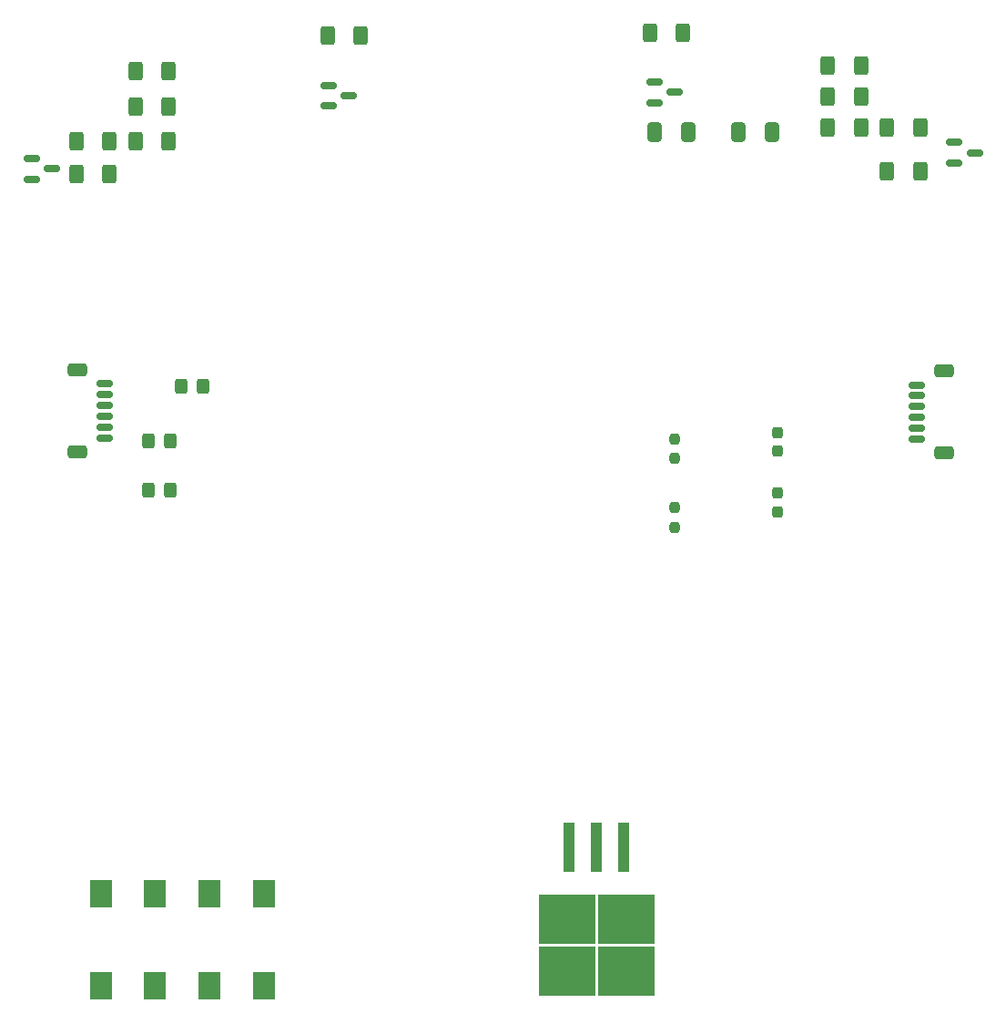
<source format=gtp>
G04 #@! TF.GenerationSoftware,KiCad,Pcbnew,8.0.6*
G04 #@! TF.CreationDate,2024-12-06T12:29:16-08:00*
G04 #@! TF.ProjectId,bloo,626c6f6f-2e6b-4696-9361-645f70636258,rev?*
G04 #@! TF.SameCoordinates,Original*
G04 #@! TF.FileFunction,Paste,Top*
G04 #@! TF.FilePolarity,Positive*
%FSLAX46Y46*%
G04 Gerber Fmt 4.6, Leading zero omitted, Abs format (unit mm)*
G04 Created by KiCad (PCBNEW 8.0.6) date 2024-12-06 12:29:16*
%MOMM*%
%LPD*%
G01*
G04 APERTURE LIST*
G04 Aperture macros list*
%AMRoundRect*
0 Rectangle with rounded corners*
0 $1 Rounding radius*
0 $2 $3 $4 $5 $6 $7 $8 $9 X,Y pos of 4 corners*
0 Add a 4 corners polygon primitive as box body*
4,1,4,$2,$3,$4,$5,$6,$7,$8,$9,$2,$3,0*
0 Add four circle primitives for the rounded corners*
1,1,$1+$1,$2,$3*
1,1,$1+$1,$4,$5*
1,1,$1+$1,$6,$7*
1,1,$1+$1,$8,$9*
0 Add four rect primitives between the rounded corners*
20,1,$1+$1,$2,$3,$4,$5,0*
20,1,$1+$1,$4,$5,$6,$7,0*
20,1,$1+$1,$6,$7,$8,$9,0*
20,1,$1+$1,$8,$9,$2,$3,0*%
G04 Aperture macros list end*
%ADD10RoundRect,0.150000X-0.587500X-0.150000X0.587500X-0.150000X0.587500X0.150000X-0.587500X0.150000X0*%
%ADD11RoundRect,0.250000X0.325000X0.450000X-0.325000X0.450000X-0.325000X-0.450000X0.325000X-0.450000X0*%
%ADD12RoundRect,0.250000X-0.400000X-0.625000X0.400000X-0.625000X0.400000X0.625000X-0.400000X0.625000X0*%
%ADD13RoundRect,0.237500X-0.237500X0.250000X-0.237500X-0.250000X0.237500X-0.250000X0.237500X0.250000X0*%
%ADD14R,5.250000X4.550000*%
%ADD15R,1.100000X4.600000*%
%ADD16R,2.000000X2.500000*%
%ADD17RoundRect,0.250000X-0.412500X-0.650000X0.412500X-0.650000X0.412500X0.650000X-0.412500X0.650000X0*%
%ADD18RoundRect,0.250000X0.400000X0.625000X-0.400000X0.625000X-0.400000X-0.625000X0.400000X-0.625000X0*%
%ADD19RoundRect,0.150000X0.625000X-0.150000X0.625000X0.150000X-0.625000X0.150000X-0.625000X-0.150000X0*%
%ADD20RoundRect,0.250000X0.650000X-0.350000X0.650000X0.350000X-0.650000X0.350000X-0.650000X-0.350000X0*%
%ADD21RoundRect,0.237500X-0.237500X0.300000X-0.237500X-0.300000X0.237500X-0.300000X0.237500X0.300000X0*%
%ADD22RoundRect,0.250000X0.412500X0.650000X-0.412500X0.650000X-0.412500X-0.650000X0.412500X-0.650000X0*%
%ADD23RoundRect,0.150000X-0.625000X0.150000X-0.625000X-0.150000X0.625000X-0.150000X0.625000X0.150000X0*%
%ADD24RoundRect,0.250000X-0.650000X0.350000X-0.650000X-0.350000X0.650000X-0.350000X0.650000X0.350000X0*%
G04 APERTURE END LIST*
D10*
X229025000Y-119150000D03*
X229025000Y-121050000D03*
X230900000Y-120100000D03*
D11*
X187025000Y-147400000D03*
X184975000Y-147400000D03*
D12*
X175250000Y-124600000D03*
X178350000Y-124600000D03*
X180750000Y-121400000D03*
X183850000Y-121400000D03*
X245150000Y-117600000D03*
X248250000Y-117600000D03*
X245150000Y-123400000D03*
X248250000Y-123400000D03*
D13*
X230900000Y-152287500D03*
X230900000Y-154112500D03*
D14*
X226431000Y-196946000D03*
X220881000Y-196946000D03*
X226431000Y-201796000D03*
X220881000Y-201796000D03*
D15*
X226196000Y-190221000D03*
X223656000Y-190221000D03*
X221116000Y-190221000D03*
D12*
X198600000Y-114800000D03*
X201700000Y-114800000D03*
D16*
X192680000Y-203160000D03*
X192680000Y-194600000D03*
D10*
X198725000Y-119450000D03*
X198725000Y-121350000D03*
X200600000Y-120400000D03*
D17*
X236837500Y-123800000D03*
X239962500Y-123800000D03*
D16*
X187630000Y-203160000D03*
X187630000Y-194600000D03*
D13*
X230900000Y-158687500D03*
X230900000Y-160512500D03*
D18*
X248250000Y-120500000D03*
X245150000Y-120500000D03*
D11*
X184025000Y-152500000D03*
X181975000Y-152500000D03*
D19*
X177902500Y-147196600D03*
X177902500Y-148196600D03*
X177902500Y-149196600D03*
X177902500Y-150196600D03*
X177902500Y-151196600D03*
X177902500Y-152196600D03*
D20*
X175377500Y-145896600D03*
X175377500Y-153496600D03*
D11*
X184025000Y-157100000D03*
X181975000Y-157100000D03*
D10*
X256925000Y-124750000D03*
X256925000Y-126650000D03*
X258800000Y-125700000D03*
X171125000Y-126250000D03*
X171125000Y-128150000D03*
X173000000Y-127200000D03*
D21*
X240500000Y-151737500D03*
X240500000Y-153462500D03*
D16*
X182580000Y-203160000D03*
X182580000Y-194600000D03*
D12*
X180750000Y-118100000D03*
X183850000Y-118100000D03*
D16*
X177530000Y-203160000D03*
X177530000Y-194600000D03*
D21*
X240500000Y-157337500D03*
X240500000Y-159062500D03*
D12*
X175250000Y-127700000D03*
X178350000Y-127700000D03*
D22*
X232162500Y-123800000D03*
X229037500Y-123800000D03*
D23*
X253397500Y-152300000D03*
X253397500Y-151300000D03*
X253397500Y-150300000D03*
X253397500Y-149300000D03*
X253397500Y-148300000D03*
X253397500Y-147300000D03*
D24*
X255922500Y-153600000D03*
X255922500Y-146000000D03*
D12*
X250650000Y-123400000D03*
X253750000Y-123400000D03*
X228600000Y-114600000D03*
X231700000Y-114600000D03*
X250650000Y-127400000D03*
X253750000Y-127400000D03*
X180750000Y-124600000D03*
X183850000Y-124600000D03*
M02*

</source>
